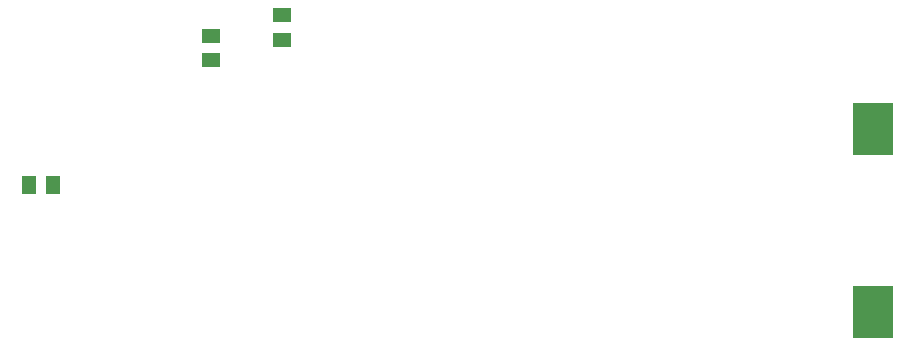
<source format=gbp>
G04*
G04 #@! TF.GenerationSoftware,Altium Limited,Altium Designer,24.5.2 (23)*
G04*
G04 Layer_Color=128*
%FSLAX25Y25*%
%MOIN*%
G70*
G04*
G04 #@! TF.SameCoordinates,3B6B5729-B230-409A-876F-4F857109EF60*
G04*
G04*
G04 #@! TF.FilePolarity,Positive*
G04*
G01*
G75*
%ADD26R,0.04528X0.05906*%
%ADD36R,0.05906X0.04528*%
%ADD145R,0.13400X0.17700*%
G54D26*
X35366Y119000D02*
D03*
X43634D02*
D03*
G54D36*
X96166Y160428D02*
D03*
Y168696D02*
D03*
X119815Y167390D02*
D03*
Y175657D02*
D03*
G54D145*
X317000Y76500D02*
D03*
Y137500D02*
D03*
M02*

</source>
